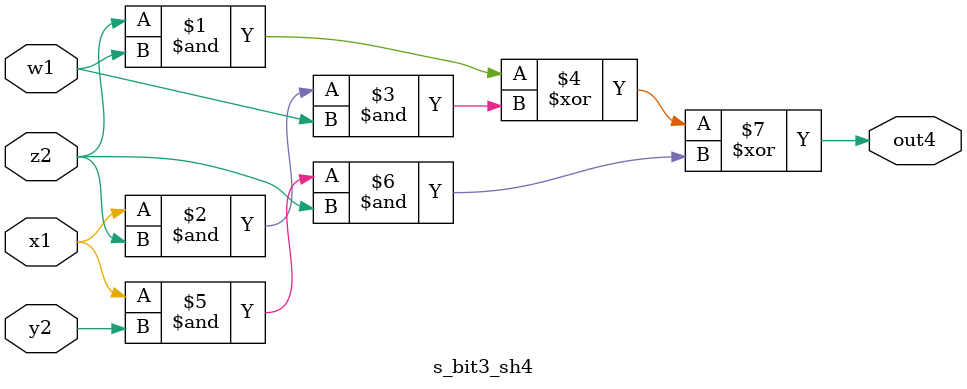
<source format=sv>

module s_bit3_sh4 (
  y2,
  w1,
  z2,
  x1,
  out4
);

    input wire y2;
    input wire w1;
    input wire z2;
    input wire x1;

    output wire out4;

    assign out4 = z2 & w1 ^ x1 & z2 & w1 ^ x1 & y2 & z2 ;

endmodule

</source>
